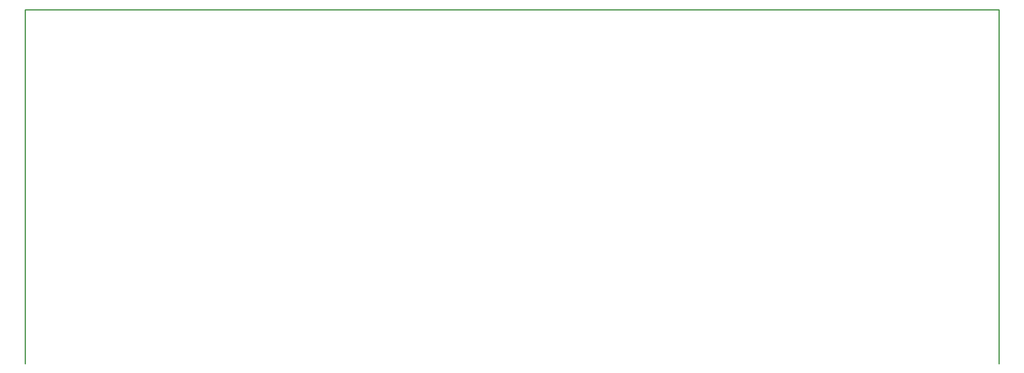
<source format=gko>
%FSLAX42Y42*%
%MOMM*%
G71*
G01*
G75*
G04 Layer_Color=16711935*
%ADD10C,1.00*%
%ADD11R,1.05X1.30*%
%ADD12R,1.30X1.05*%
%ADD13O,0.60X2.20*%
%ADD14C,0.25*%
%ADD15R,1.50X1.50*%
%ADD16C,1.50*%
%ADD17C,3.81*%
%ADD18C,0.61*%
%ADD19C,0.76*%
%ADD20C,0.25*%
%ADD21C,0.20*%
%ADD22C,0.20*%
%ADD23C,0.15*%
%ADD24C,1.20*%
%ADD25R,1.25X1.50*%
%ADD26R,1.50X1.25*%
%ADD27O,0.80X2.40*%
%ADD28R,1.70X1.70*%
%ADD29C,1.70*%
%ADD30C,4.01*%
%ADD31C,0.81*%
D14*
X0Y0D02*
Y7425D01*
X20375Y0D02*
Y7425D01*
X0D02*
X20375D01*
M02*

</source>
